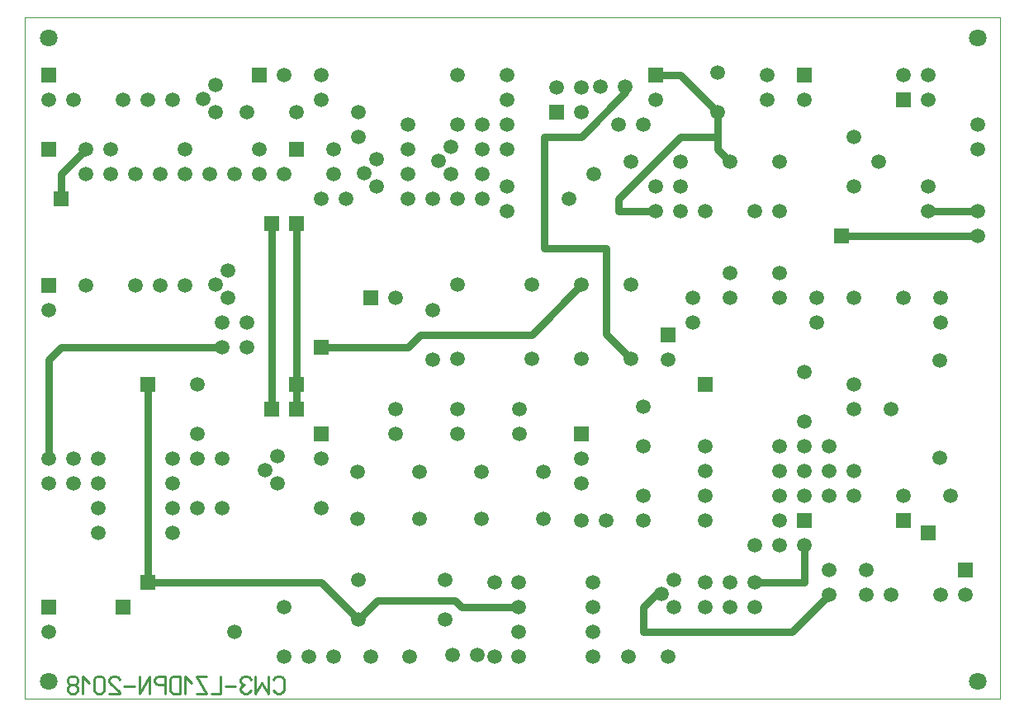
<source format=gbr>
%FSLAX34Y34*%
%MOMM*%
%LNCOPPER_TOP*%
G71*
G01*
%ADD10C, 0.00*%
%ADD11C, 0.80*%
%ADD12C, 1.80*%
%ADD13C, 1.52*%
%ADD14C, 0.22*%
%LPD*%
G54D10*
X-50000Y1050000D02*
X950000Y1050000D01*
X950000Y350000D01*
X-50000Y350000D01*
X-50000Y1050000D01*
G54D11*
X596900Y990600D02*
X622300Y990600D01*
X660400Y952500D01*
X660400Y914400D01*
X673100Y901700D01*
G54D11*
X596900Y850900D02*
X558800Y850900D01*
X558800Y863600D01*
X622300Y927100D01*
X660400Y927100D01*
G54D11*
X566178Y978299D02*
X566178Y972578D01*
X520700Y927100D01*
X482600Y927100D01*
X482600Y812800D01*
X546100Y812800D01*
X546100Y724520D01*
X571885Y698735D01*
G54D11*
X602966Y458171D02*
X597871Y458171D01*
X584200Y444500D01*
X584200Y419100D01*
X736600Y419100D01*
X774700Y457200D01*
G54D11*
X457051Y444491D02*
X398509Y444491D01*
X391700Y451300D01*
X311600Y451300D01*
X292100Y431800D01*
G54D11*
X698500Y469900D02*
X749300Y469900D01*
X749300Y508000D01*
X-25400Y1028700D02*
G54D12*
D03*
X-25400Y1028700D02*
G54D12*
D03*
X-25400Y1028700D02*
G54D12*
D03*
X927100Y1028700D02*
G54D12*
D03*
X927100Y368300D02*
G54D12*
D03*
X-25400Y368300D02*
G54D12*
D03*
X-25400Y1028700D02*
G54D12*
D03*
G54D11*
X12700Y914400D02*
X-12700Y889000D01*
X-12700Y863600D01*
G54D11*
X203200Y838200D02*
X203200Y736600D01*
G54D11*
X203200Y736600D02*
X203200Y647700D01*
G54D11*
X76200Y673100D02*
X76200Y469900D01*
G54D11*
X76200Y469900D02*
X254000Y469900D01*
X292100Y431800D01*
G54D11*
X228600Y838200D02*
X228600Y673100D01*
X228600Y647700D01*
G54D11*
X254000Y711200D02*
X342900Y711200D01*
X355600Y723900D01*
X470051Y723900D01*
X521085Y774935D01*
X12700Y914400D02*
G54D13*
D03*
X-12700Y863600D02*
G54D13*
D03*
X203200Y838200D02*
G54D13*
D03*
X228600Y838200D02*
G54D13*
D03*
X566178Y978299D02*
G54D13*
D03*
X-25400Y965200D02*
G54D13*
D03*
X0Y965200D02*
G54D13*
D03*
X12700Y889000D02*
G54D13*
D03*
X38100Y889000D02*
G54D13*
D03*
X38100Y914400D02*
G54D13*
D03*
X63500Y889000D02*
G54D13*
D03*
X88900Y889000D02*
G54D13*
D03*
X114300Y914400D02*
G54D13*
D03*
X114300Y889000D02*
G54D13*
D03*
X139700Y889000D02*
G54D13*
D03*
X165100Y889000D02*
G54D13*
D03*
X190500Y889000D02*
G54D13*
D03*
X215900Y889000D02*
G54D13*
D03*
X190500Y914400D02*
G54D13*
D03*
X177800Y952500D02*
G54D13*
D03*
X145766Y952171D02*
G54D13*
D03*
X133066Y966171D02*
G54D13*
D03*
X145766Y980171D02*
G54D13*
D03*
X101600Y965200D02*
G54D13*
D03*
X76200Y965200D02*
G54D13*
D03*
X50800Y965200D02*
G54D13*
D03*
X12700Y774700D02*
G54D13*
D03*
X-25400Y749300D02*
G54D13*
D03*
X63500Y774700D02*
G54D13*
D03*
X88900Y774700D02*
G54D13*
D03*
X114300Y774700D02*
G54D13*
D03*
X145766Y775671D02*
G54D13*
D03*
X158466Y789671D02*
G54D13*
D03*
X158466Y761671D02*
G54D13*
D03*
X254000Y863600D02*
G54D13*
D03*
X266700Y889000D02*
G54D13*
D03*
X266700Y914400D02*
G54D13*
D03*
X292100Y927100D02*
G54D13*
D03*
X292100Y952500D02*
G54D13*
D03*
X310866Y903971D02*
G54D13*
D03*
X298166Y889971D02*
G54D13*
D03*
X310866Y875971D02*
G54D13*
D03*
X279400Y863600D02*
G54D13*
D03*
X342900Y863600D02*
G54D13*
D03*
X342900Y889000D02*
G54D13*
D03*
X342900Y914400D02*
G54D13*
D03*
X342900Y939800D02*
G54D13*
D03*
X215900Y990600D02*
G54D13*
D03*
X254000Y990600D02*
G54D13*
D03*
X254000Y965200D02*
G54D13*
D03*
X228600Y952500D02*
G54D13*
D03*
X393700Y990600D02*
G54D13*
D03*
X444500Y965200D02*
G54D13*
D03*
X444500Y990600D02*
G54D13*
D03*
X520700Y977900D02*
G54D13*
D03*
X540778Y978299D02*
G54D13*
D03*
X520700Y952500D02*
G54D13*
D03*
X495300Y977900D02*
G54D13*
D03*
X444500Y914400D02*
G54D13*
D03*
X444500Y939800D02*
G54D13*
D03*
X419100Y939800D02*
G54D13*
D03*
X419100Y914400D02*
G54D13*
D03*
X393700Y939800D02*
G54D13*
D03*
X387066Y916671D02*
G54D13*
D03*
X374366Y902671D02*
G54D13*
D03*
X387066Y888671D02*
G54D13*
D03*
X419100Y889000D02*
G54D13*
D03*
X444500Y876300D02*
G54D13*
D03*
X444500Y850900D02*
G54D13*
D03*
X419100Y863600D02*
G54D13*
D03*
X393700Y863600D02*
G54D13*
D03*
X330200Y762000D02*
G54D13*
D03*
X394085Y774935D02*
G54D13*
D03*
X368300Y749300D02*
G54D13*
D03*
X470285Y774935D02*
G54D13*
D03*
X521085Y774935D02*
G54D13*
D03*
X571885Y774935D02*
G54D13*
D03*
X635000Y762000D02*
G54D13*
D03*
X673100Y762000D02*
G54D13*
D03*
X723900Y762000D02*
G54D13*
D03*
X762000Y762000D02*
G54D13*
D03*
X800100Y762000D02*
G54D13*
D03*
X673100Y787400D02*
G54D13*
D03*
X723900Y787400D02*
G54D13*
D03*
X850900Y762000D02*
G54D13*
D03*
X889000Y762000D02*
G54D13*
D03*
X927100Y850900D02*
G54D13*
D03*
X927100Y825500D02*
G54D13*
D03*
X889000Y736600D02*
G54D13*
D03*
X762000Y736600D02*
G54D13*
D03*
X635000Y736600D02*
G54D13*
D03*
X609600Y698500D02*
G54D13*
D03*
X571885Y698735D02*
G54D13*
D03*
X521085Y698735D02*
G54D13*
D03*
X470285Y698735D02*
G54D13*
D03*
X394085Y698735D02*
G54D13*
D03*
X368300Y698500D02*
G54D13*
D03*
X127000Y673100D02*
G54D13*
D03*
X127000Y622300D02*
G54D13*
D03*
X127000Y596900D02*
G54D13*
D03*
X152400Y596900D02*
G54D13*
D03*
X101600Y596900D02*
G54D13*
D03*
X101600Y571500D02*
G54D13*
D03*
X101600Y546100D02*
G54D13*
D03*
X127000Y546100D02*
G54D13*
D03*
X152400Y546100D02*
G54D13*
D03*
X101600Y520700D02*
G54D13*
D03*
X25400Y596900D02*
G54D13*
D03*
X25400Y571500D02*
G54D13*
D03*
X25400Y546100D02*
G54D13*
D03*
X25400Y520700D02*
G54D13*
D03*
X0Y571500D02*
G54D13*
D03*
X0Y596900D02*
G54D13*
D03*
X-25400Y571500D02*
G54D13*
D03*
X-25400Y596900D02*
G54D13*
D03*
X-25400Y419100D02*
G54D13*
D03*
X-25400Y368300D02*
G54D13*
D03*
X-25400Y1028700D02*
G54D13*
D03*
X927100Y1028700D02*
G54D13*
D03*
X927100Y368300D02*
G54D13*
D03*
X888200Y697700D02*
G54D13*
D03*
X888200Y597700D02*
G54D13*
D03*
X899300Y558800D02*
G54D13*
D03*
X838200Y647700D02*
G54D13*
D03*
X800100Y673100D02*
G54D13*
D03*
X800100Y647700D02*
G54D13*
D03*
X876300Y876300D02*
G54D13*
D03*
X876300Y850900D02*
G54D13*
D03*
X927100Y914400D02*
G54D13*
D03*
X927100Y939800D02*
G54D13*
D03*
X876300Y965200D02*
G54D13*
D03*
X876300Y990600D02*
G54D13*
D03*
X850900Y990600D02*
G54D13*
D03*
X800100Y927100D02*
G54D13*
D03*
X825500Y901700D02*
G54D13*
D03*
X800100Y876300D02*
G54D13*
D03*
X723900Y850900D02*
G54D13*
D03*
X698500Y850900D02*
G54D13*
D03*
X673100Y901700D02*
G54D13*
D03*
X723900Y901700D02*
G54D13*
D03*
X711200Y965200D02*
G54D13*
D03*
X749300Y965200D02*
G54D13*
D03*
X711200Y990600D02*
G54D13*
D03*
X660400Y992500D02*
G54D13*
D03*
X660400Y952500D02*
G54D13*
D03*
X584200Y939800D02*
G54D13*
D03*
X596900Y965200D02*
G54D13*
D03*
X558800Y939800D02*
G54D13*
D03*
X533400Y889000D02*
G54D13*
D03*
X508000Y863600D02*
G54D13*
D03*
X571500Y901700D02*
G54D13*
D03*
X596900Y876300D02*
G54D13*
D03*
X622300Y901700D02*
G54D13*
D03*
X622300Y876300D02*
G54D13*
D03*
X622300Y850900D02*
G54D13*
D03*
X596900Y850900D02*
G54D13*
D03*
X647700Y850900D02*
G54D13*
D03*
X165100Y419100D02*
G54D13*
D03*
X215900Y393700D02*
G54D13*
D03*
X215900Y444500D02*
G54D13*
D03*
X241300Y393700D02*
G54D13*
D03*
X266700Y393700D02*
G54D13*
D03*
X304800Y393700D02*
G54D13*
D03*
X292100Y431800D02*
G54D13*
D03*
X292100Y471800D02*
G54D13*
D03*
X381000Y471800D02*
G54D13*
D03*
X381000Y431800D02*
G54D13*
D03*
X344800Y393700D02*
G54D13*
D03*
X388726Y395177D02*
G54D13*
D03*
X414126Y395177D02*
G54D13*
D03*
X431800Y393700D02*
G54D13*
D03*
X457051Y393690D02*
G54D13*
D03*
X533251Y393690D02*
G54D13*
D03*
X569600Y393700D02*
G54D13*
D03*
X609600Y393700D02*
G54D13*
D03*
X615666Y444171D02*
G54D13*
D03*
X615666Y472171D02*
G54D13*
D03*
X602966Y458171D02*
G54D13*
D03*
X533251Y419090D02*
G54D13*
D03*
X533251Y444491D02*
G54D13*
D03*
X533251Y469890D02*
G54D13*
D03*
X457051Y469890D02*
G54D13*
D03*
X457051Y444491D02*
G54D13*
D03*
X457051Y419090D02*
G54D13*
D03*
X431800Y469900D02*
G54D13*
D03*
X481750Y534950D02*
G54D13*
D03*
X418250Y534950D02*
G54D13*
D03*
X457200Y622300D02*
G54D13*
D03*
X457200Y647700D02*
G54D13*
D03*
X393700Y647700D02*
G54D13*
D03*
X393700Y622300D02*
G54D13*
D03*
X418250Y583350D02*
G54D13*
D03*
X354750Y583350D02*
G54D13*
D03*
X330200Y622300D02*
G54D13*
D03*
X330200Y647700D02*
G54D13*
D03*
X254000Y596900D02*
G54D13*
D03*
X291250Y583350D02*
G54D13*
D03*
X291250Y534950D02*
G54D13*
D03*
X254000Y546100D02*
G54D13*
D03*
X209266Y571171D02*
G54D13*
D03*
X196566Y585171D02*
G54D13*
D03*
X209266Y599171D02*
G54D13*
D03*
X520700Y533400D02*
G54D13*
D03*
X520700Y571500D02*
G54D13*
D03*
X481750Y583350D02*
G54D13*
D03*
X520700Y596900D02*
G54D13*
D03*
X584200Y649600D02*
G54D13*
D03*
X584200Y609600D02*
G54D13*
D03*
X584200Y558800D02*
G54D13*
D03*
X584200Y533400D02*
G54D13*
D03*
X546100Y533400D02*
G54D13*
D03*
X647700Y609600D02*
G54D13*
D03*
X647700Y584200D02*
G54D13*
D03*
X647700Y558800D02*
G54D13*
D03*
X647700Y533400D02*
G54D13*
D03*
X723900Y533400D02*
G54D13*
D03*
X723900Y558800D02*
G54D13*
D03*
X723900Y584200D02*
G54D13*
D03*
X723900Y609600D02*
G54D13*
D03*
X749300Y609600D02*
G54D13*
D03*
X749300Y635000D02*
G54D13*
D03*
X749300Y685800D02*
G54D13*
D03*
X774700Y609600D02*
G54D13*
D03*
X774700Y584200D02*
G54D13*
D03*
X774700Y558800D02*
G54D13*
D03*
X749300Y584200D02*
G54D13*
D03*
X749300Y558800D02*
G54D13*
D03*
X800100Y558800D02*
G54D13*
D03*
X800100Y584200D02*
G54D13*
D03*
X850900Y558800D02*
G54D13*
D03*
X914400Y457200D02*
G54D13*
D03*
X889000Y457200D02*
G54D13*
D03*
X838200Y457200D02*
G54D13*
D03*
X812800Y457200D02*
G54D13*
D03*
X812800Y482600D02*
G54D13*
D03*
X774700Y482600D02*
G54D13*
D03*
X774700Y457200D02*
G54D13*
D03*
X749300Y508000D02*
G54D13*
D03*
X723900Y508000D02*
G54D13*
D03*
X698500Y508000D02*
G54D13*
D03*
X698500Y469900D02*
G54D13*
D03*
X698500Y444500D02*
G54D13*
D03*
X673100Y444500D02*
G54D13*
D03*
X673100Y469900D02*
G54D13*
D03*
X647700Y469900D02*
G54D13*
D03*
X647700Y444500D02*
G54D13*
D03*
G36*
X-33000Y998200D02*
X-17800Y998200D01*
X-17800Y983000D01*
X-33000Y983000D01*
X-33000Y998200D01*
G37*
G36*
X-33000Y922000D02*
X-17800Y922000D01*
X-17800Y906800D01*
X-33000Y906800D01*
X-33000Y922000D01*
G37*
G36*
X-20300Y871200D02*
X-5100Y871200D01*
X-5100Y856000D01*
X-20300Y856000D01*
X-20300Y871200D01*
G37*
G36*
X182900Y998200D02*
X198100Y998200D01*
X198100Y983000D01*
X182900Y983000D01*
X182900Y998200D01*
G37*
G36*
X221000Y922000D02*
X236200Y922000D01*
X236200Y906800D01*
X221000Y906800D01*
X221000Y922000D01*
G37*
G36*
X221000Y845800D02*
X236200Y845800D01*
X236200Y830600D01*
X221000Y830600D01*
X221000Y845800D01*
G37*
G36*
X195600Y845800D02*
X210800Y845800D01*
X210800Y830600D01*
X195600Y830600D01*
X195600Y845800D01*
G37*
G36*
X487700Y960100D02*
X502900Y960100D01*
X502900Y944900D01*
X487700Y944900D01*
X487700Y960100D01*
G37*
G36*
X843300Y972800D02*
X858500Y972800D01*
X858500Y957600D01*
X843300Y957600D01*
X843300Y972800D01*
G37*
G36*
X741700Y998200D02*
X756900Y998200D01*
X756900Y983000D01*
X741700Y983000D01*
X741700Y998200D01*
G37*
G36*
X589300Y998200D02*
X604500Y998200D01*
X604500Y983000D01*
X589300Y983000D01*
X589300Y998200D01*
G37*
G36*
X602000Y731500D02*
X617200Y731500D01*
X617200Y716300D01*
X602000Y716300D01*
X602000Y731500D01*
G37*
G36*
X297200Y769600D02*
X312400Y769600D01*
X312400Y754400D01*
X297200Y754400D01*
X297200Y769600D01*
G37*
G36*
X-33000Y782300D02*
X-17800Y782300D01*
X-17800Y767100D01*
X-33000Y767100D01*
X-33000Y782300D01*
G37*
G36*
X246400Y718800D02*
X261600Y718800D01*
X261600Y703600D01*
X246400Y703600D01*
X246400Y718800D01*
G37*
G36*
X68600Y680700D02*
X83800Y680700D01*
X83800Y665500D01*
X68600Y665500D01*
X68600Y680700D01*
G37*
G36*
X221000Y680700D02*
X236200Y680700D01*
X236200Y665500D01*
X221000Y665500D01*
X221000Y680700D01*
G37*
G36*
X221000Y655300D02*
X236200Y655300D01*
X236200Y640100D01*
X221000Y640100D01*
X221000Y655300D01*
G37*
G36*
X195600Y655300D02*
X210800Y655300D01*
X210800Y640100D01*
X195600Y640100D01*
X195600Y655300D01*
G37*
G36*
X246400Y718800D02*
X261600Y718800D01*
X261600Y703600D01*
X246400Y703600D01*
X246400Y718800D01*
G37*
G36*
X640100Y680700D02*
X655300Y680700D01*
X655300Y665500D01*
X640100Y665500D01*
X640100Y680700D01*
G37*
G36*
X513100Y629900D02*
X528300Y629900D01*
X528300Y614700D01*
X513100Y614700D01*
X513100Y629900D01*
G37*
G36*
X246400Y629900D02*
X261600Y629900D01*
X261600Y614700D01*
X246400Y614700D01*
X246400Y629900D01*
G37*
G36*
X-33000Y452100D02*
X-17800Y452100D01*
X-17800Y436900D01*
X-33000Y436900D01*
X-33000Y452100D01*
G37*
G36*
X43200Y452100D02*
X58400Y452100D01*
X58400Y436900D01*
X43200Y436900D01*
X43200Y452100D01*
G37*
G36*
X68600Y477500D02*
X83800Y477500D01*
X83800Y462300D01*
X68600Y462300D01*
X68600Y477500D01*
G37*
G36*
X741700Y541000D02*
X756900Y541000D01*
X756900Y525800D01*
X741700Y525800D01*
X741700Y541000D01*
G37*
G36*
X906800Y490200D02*
X922000Y490200D01*
X922000Y475000D01*
X906800Y475000D01*
X906800Y490200D01*
G37*
X354750Y534950D02*
G54D13*
D03*
X368300Y863600D02*
G54D13*
D03*
G54D14*
X205233Y358933D02*
X206567Y356711D01*
X209233Y355600D01*
X211900Y355600D01*
X214567Y356711D01*
X215900Y358933D01*
X215900Y370044D01*
X214567Y372267D01*
X211900Y373378D01*
X209233Y373378D01*
X206567Y372267D01*
X205233Y370044D01*
G54D14*
X200344Y373378D02*
X200344Y355600D01*
X193677Y366711D01*
X187011Y355600D01*
X187011Y373378D01*
G54D14*
X182122Y370044D02*
X180789Y372267D01*
X178122Y373378D01*
X175455Y373378D01*
X172789Y372267D01*
X171455Y370044D01*
X171455Y367822D01*
X172789Y365600D01*
X175455Y364489D01*
X172789Y363378D01*
X171455Y361156D01*
X171455Y358933D01*
X172789Y356711D01*
X175455Y355600D01*
X178122Y355600D01*
X180789Y356711D01*
X182122Y358933D01*
G54D14*
X166566Y363378D02*
X155899Y363378D01*
G54D14*
X151010Y373378D02*
X151010Y355600D01*
X141677Y355600D01*
G54D14*
X136788Y373378D02*
X126121Y373378D01*
X136788Y355600D01*
X126121Y355600D01*
G54D14*
X121232Y366711D02*
X114565Y373378D01*
X114565Y355600D01*
G54D14*
X109676Y355600D02*
X109676Y373378D01*
X103009Y373378D01*
X100343Y372267D01*
X99009Y370044D01*
X99009Y358933D01*
X100343Y356711D01*
X103009Y355600D01*
X109676Y355600D01*
G54D14*
X94120Y355600D02*
X94120Y373378D01*
X87453Y373378D01*
X84787Y372267D01*
X83453Y370044D01*
X83453Y367822D01*
X84787Y365600D01*
X87453Y364489D01*
X94120Y364489D01*
G54D14*
X78564Y355600D02*
X78564Y373378D01*
X67897Y355600D01*
X67897Y373378D01*
G54D14*
X63008Y363378D02*
X52341Y363378D01*
G54D14*
X36785Y355600D02*
X47452Y355600D01*
X47452Y356711D01*
X46119Y358933D01*
X38119Y365600D01*
X36785Y367822D01*
X36785Y370044D01*
X38119Y372267D01*
X40785Y373378D01*
X43452Y373378D01*
X46119Y372267D01*
X47452Y370044D01*
G54D14*
X21229Y370044D02*
X21229Y358933D01*
X22563Y356711D01*
X25229Y355600D01*
X27896Y355600D01*
X30563Y356711D01*
X31896Y358933D01*
X31896Y370044D01*
X30563Y372267D01*
X27896Y373378D01*
X25229Y373378D01*
X22563Y372267D01*
X21229Y370044D01*
G54D14*
X16340Y366711D02*
X9673Y373378D01*
X9673Y355600D01*
G54D14*
X-1883Y364489D02*
X784Y364489D01*
X3451Y365600D01*
X4784Y367822D01*
X4784Y370044D01*
X3451Y372267D01*
X784Y373378D01*
X-1883Y373378D01*
X-4549Y372267D01*
X-5883Y370044D01*
X-5883Y367822D01*
X-4549Y365600D01*
X-1883Y364489D01*
X-4549Y363378D01*
X-5883Y361156D01*
X-5883Y358933D01*
X-4549Y356711D01*
X-1883Y355600D01*
X784Y355600D01*
X3451Y356711D01*
X4784Y358933D01*
X4784Y361156D01*
X3451Y363378D01*
X784Y364489D01*
G54D11*
X876300Y850900D02*
X927100Y850900D01*
G36*
X779800Y833100D02*
X795000Y833100D01*
X795000Y817900D01*
X779800Y817900D01*
X779800Y833100D01*
G37*
G54D11*
X787400Y825500D02*
X927100Y825500D01*
G54D11*
X152400Y711200D02*
X-12700Y711200D01*
X-25400Y698500D01*
X-25400Y596900D01*
G36*
X779800Y833100D02*
X795000Y833100D01*
X795000Y817900D01*
X779800Y817900D01*
X779800Y833100D01*
G37*
X152400Y736600D02*
G54D13*
D03*
X177800Y736600D02*
G54D13*
D03*
X152400Y711200D02*
G54D13*
D03*
X177800Y711200D02*
G54D13*
D03*
G36*
X868700Y528300D02*
X883900Y528300D01*
X883900Y513100D01*
X868700Y513100D01*
X868700Y528300D01*
G37*
G36*
X843300Y541000D02*
X858500Y541000D01*
X858500Y525800D01*
X843300Y525800D01*
X843300Y541000D01*
G37*
M02*

</source>
